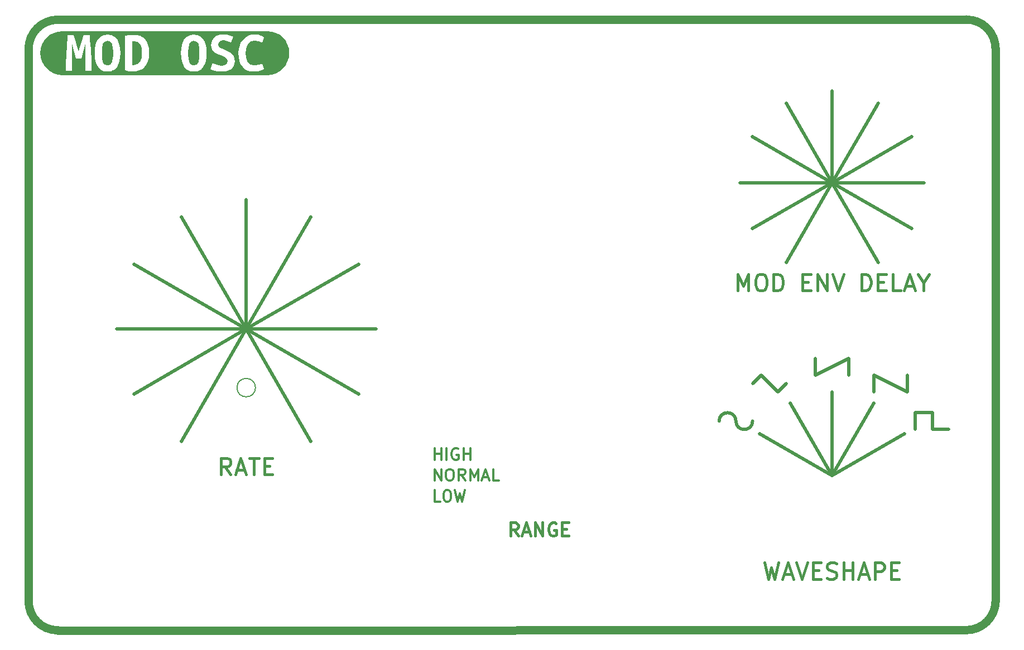
<source format=gto>
G04 #@! TF.GenerationSoftware,KiCad,Pcbnew,6.0.5+dfsg-1~bpo11+1*
G04 #@! TF.CreationDate,2022-08-10T11:57:08+00:00*
G04 #@! TF.ProjectId,mod_osc_pcb_panel,6d6f645f-6f73-4635-9f70-63625f70616e,0*
G04 #@! TF.SameCoordinates,Original*
G04 #@! TF.FileFunction,Legend,Top*
G04 #@! TF.FilePolarity,Positive*
%FSLAX46Y46*%
G04 Gerber Fmt 4.6, Leading zero omitted, Abs format (unit mm)*
G04 Created by KiCad (PCBNEW 6.0.5+dfsg-1~bpo11+1) date 2022-08-10 11:57:08*
%MOMM*%
%LPD*%
G01*
G04 APERTURE LIST*
%ADD10C,0.500000*%
%ADD11C,1.270000*%
%ADD12C,0.350000*%
%ADD13C,0.400000*%
%ADD14C,0.150000*%
%ADD15C,2.000000*%
G04 APERTURE END LIST*
D10*
X184912000Y-121666000D02*
X184912000Y-108966000D01*
X184912000Y-77216000D02*
X172813625Y-84201000D01*
X187452000Y-103886000D02*
X187452000Y-106426000D01*
X96012000Y-99441000D02*
X86169500Y-116488710D01*
X191262000Y-108966000D02*
X191262000Y-106426000D01*
D11*
X205263911Y-145161011D02*
G75*
G03*
X209708911Y-140716000I-11J4445011D01*
G01*
D10*
X184912000Y-77216000D02*
X177927000Y-89314375D01*
X174117000Y-106426000D02*
X176657000Y-108966000D01*
X196342000Y-106426000D02*
X196342000Y-108966000D01*
X96012000Y-99441000D02*
X96012000Y-79756000D01*
X182372000Y-106426000D02*
X187452000Y-103886000D01*
D11*
X67437000Y-52451000D02*
X205263911Y-52419088D01*
D10*
X184912000Y-77216000D02*
X177927000Y-65117625D01*
X96012000Y-99441000D02*
X76327000Y-99441000D01*
X170307000Y-113411000D02*
G75*
G03*
X167767000Y-113411000I-1270000J0D01*
G01*
X197485000Y-112141000D02*
X200152000Y-112141000D01*
X200152000Y-114681000D02*
X202565000Y-114681000D01*
X184912000Y-77216000D02*
X197010375Y-84201000D01*
X182372000Y-106426000D02*
X182372000Y-103886000D01*
X96012000Y-99441000D02*
X78964290Y-89598500D01*
D11*
X67437000Y-52451000D02*
G75*
G03*
X62992000Y-56896000I0J-4445000D01*
G01*
D10*
X96012000Y-99441000D02*
X113059710Y-109283500D01*
X184912000Y-77216000D02*
X172813625Y-70231000D01*
D11*
X209708910Y-56864090D02*
G75*
G03*
X205263910Y-52419090I-4445010J-10D01*
G01*
D10*
X184912000Y-77216000D02*
X198882000Y-77216000D01*
X184912000Y-77216000D02*
X197010375Y-70231000D01*
X96012000Y-99441000D02*
X105854500Y-82393290D01*
X197485000Y-114681000D02*
X197485000Y-112141000D01*
X184912000Y-121666000D02*
X191262000Y-110667478D01*
X184912000Y-121666000D02*
X173913478Y-115316000D01*
X172847000Y-107696000D02*
X174117000Y-106426000D01*
D11*
X62991989Y-140747911D02*
G75*
G03*
X67437001Y-145192911I4445011J11D01*
G01*
D10*
X96012000Y-99441000D02*
X113059710Y-89598500D01*
X184912000Y-77216000D02*
X184912000Y-63246000D01*
X184912000Y-121666000D02*
X178562000Y-110667477D01*
X96012000Y-99441000D02*
X105854500Y-116488710D01*
D11*
X209708911Y-140716000D02*
X209708910Y-56864090D01*
D10*
X170307000Y-113411000D02*
G75*
G03*
X172847000Y-113411000I1270000J0D01*
G01*
X184912000Y-121666000D02*
X195910523Y-115316000D01*
D11*
X67437001Y-145192911D02*
X205263911Y-145161000D01*
X62992000Y-56896000D02*
X62992001Y-140747911D01*
D10*
X184912000Y-77216000D02*
X191897000Y-65117625D01*
X191262000Y-106426000D02*
X196342000Y-108966000D01*
X184912000Y-77216000D02*
X191897000Y-89314375D01*
X96012000Y-99441000D02*
X86169500Y-82393290D01*
X200152000Y-112141000D02*
X200152000Y-114681000D01*
X96012000Y-99441000D02*
X115697000Y-99441000D01*
X184912000Y-77216000D02*
X170942000Y-77216000D01*
X96012000Y-99441000D02*
X78964290Y-109283500D01*
X176657000Y-108966000D02*
X177927000Y-107696000D01*
D12*
X124596166Y-119282666D02*
X124596166Y-117532666D01*
X124596166Y-118366000D02*
X125596166Y-118366000D01*
X125596166Y-119282666D02*
X125596166Y-117532666D01*
X126429500Y-119282666D02*
X126429500Y-117532666D01*
X128179500Y-117616000D02*
X128012833Y-117532666D01*
X127762833Y-117532666D01*
X127512833Y-117616000D01*
X127346166Y-117782666D01*
X127262833Y-117949333D01*
X127179500Y-118282666D01*
X127179500Y-118532666D01*
X127262833Y-118866000D01*
X127346166Y-119032666D01*
X127512833Y-119199333D01*
X127762833Y-119282666D01*
X127929500Y-119282666D01*
X128179500Y-119199333D01*
X128262833Y-119116000D01*
X128262833Y-118532666D01*
X127929500Y-118532666D01*
X129012833Y-119282666D02*
X129012833Y-117532666D01*
X129012833Y-118366000D02*
X130012833Y-118366000D01*
X130012833Y-119282666D02*
X130012833Y-117532666D01*
D13*
X93631047Y-121526952D02*
X92797714Y-120336476D01*
X92202476Y-121526952D02*
X92202476Y-119026952D01*
X93154857Y-119026952D01*
X93392952Y-119146000D01*
X93512000Y-119265047D01*
X93631047Y-119503142D01*
X93631047Y-119860285D01*
X93512000Y-120098380D01*
X93392952Y-120217428D01*
X93154857Y-120336476D01*
X92202476Y-120336476D01*
X94583428Y-120812666D02*
X95773904Y-120812666D01*
X94345333Y-121526952D02*
X95178666Y-119026952D01*
X96012000Y-121526952D01*
X96488190Y-119026952D02*
X97916761Y-119026952D01*
X97202476Y-121526952D02*
X97202476Y-119026952D01*
X98750095Y-120217428D02*
X99583428Y-120217428D01*
X99940571Y-121526952D02*
X98750095Y-121526952D01*
X98750095Y-119026952D01*
X99940571Y-119026952D01*
X174614380Y-134901952D02*
X175209619Y-137401952D01*
X175685809Y-135616238D01*
X176162000Y-137401952D01*
X176757238Y-134901952D01*
X177590571Y-136687666D02*
X178781047Y-136687666D01*
X177352476Y-137401952D02*
X178185809Y-134901952D01*
X179019142Y-137401952D01*
X179495333Y-134901952D02*
X180328666Y-137401952D01*
X181162000Y-134901952D01*
X181995333Y-136092428D02*
X182828666Y-136092428D01*
X183185809Y-137401952D02*
X181995333Y-137401952D01*
X181995333Y-134901952D01*
X183185809Y-134901952D01*
X184138190Y-137282904D02*
X184495333Y-137401952D01*
X185090571Y-137401952D01*
X185328666Y-137282904D01*
X185447714Y-137163857D01*
X185566761Y-136925761D01*
X185566761Y-136687666D01*
X185447714Y-136449571D01*
X185328666Y-136330523D01*
X185090571Y-136211476D01*
X184614380Y-136092428D01*
X184376285Y-135973380D01*
X184257238Y-135854333D01*
X184138190Y-135616238D01*
X184138190Y-135378142D01*
X184257238Y-135140047D01*
X184376285Y-135021000D01*
X184614380Y-134901952D01*
X185209619Y-134901952D01*
X185566761Y-135021000D01*
X186638190Y-137401952D02*
X186638190Y-134901952D01*
X186638190Y-136092428D02*
X188066761Y-136092428D01*
X188066761Y-137401952D02*
X188066761Y-134901952D01*
X189138190Y-136687666D02*
X190328666Y-136687666D01*
X188900095Y-137401952D02*
X189733428Y-134901952D01*
X190566761Y-137401952D01*
X191400095Y-137401952D02*
X191400095Y-134901952D01*
X192352476Y-134901952D01*
X192590571Y-135021000D01*
X192709619Y-135140047D01*
X192828666Y-135378142D01*
X192828666Y-135735285D01*
X192709619Y-135973380D01*
X192590571Y-136092428D01*
X192352476Y-136211476D01*
X191400095Y-136211476D01*
X193900095Y-136092428D02*
X194733428Y-136092428D01*
X195090571Y-137401952D02*
X193900095Y-137401952D01*
X193900095Y-134901952D01*
X195090571Y-134901952D01*
X170566761Y-93586952D02*
X170566761Y-91086952D01*
X171400095Y-92872666D01*
X172233428Y-91086952D01*
X172233428Y-93586952D01*
X173900095Y-91086952D02*
X174376285Y-91086952D01*
X174614380Y-91206000D01*
X174852476Y-91444095D01*
X174971523Y-91920285D01*
X174971523Y-92753619D01*
X174852476Y-93229809D01*
X174614380Y-93467904D01*
X174376285Y-93586952D01*
X173900095Y-93586952D01*
X173662000Y-93467904D01*
X173423904Y-93229809D01*
X173304857Y-92753619D01*
X173304857Y-91920285D01*
X173423904Y-91444095D01*
X173662000Y-91206000D01*
X173900095Y-91086952D01*
X176042952Y-93586952D02*
X176042952Y-91086952D01*
X176638190Y-91086952D01*
X176995333Y-91206000D01*
X177233428Y-91444095D01*
X177352476Y-91682190D01*
X177471523Y-92158380D01*
X177471523Y-92515523D01*
X177352476Y-92991714D01*
X177233428Y-93229809D01*
X176995333Y-93467904D01*
X176638190Y-93586952D01*
X176042952Y-93586952D01*
X180447714Y-92277428D02*
X181281047Y-92277428D01*
X181638190Y-93586952D02*
X180447714Y-93586952D01*
X180447714Y-91086952D01*
X181638190Y-91086952D01*
X182709619Y-93586952D02*
X182709619Y-91086952D01*
X184138190Y-93586952D01*
X184138190Y-91086952D01*
X184971523Y-91086952D02*
X185804857Y-93586952D01*
X186638190Y-91086952D01*
X189376285Y-93586952D02*
X189376285Y-91086952D01*
X189971523Y-91086952D01*
X190328666Y-91206000D01*
X190566761Y-91444095D01*
X190685809Y-91682190D01*
X190804857Y-92158380D01*
X190804857Y-92515523D01*
X190685809Y-92991714D01*
X190566761Y-93229809D01*
X190328666Y-93467904D01*
X189971523Y-93586952D01*
X189376285Y-93586952D01*
X191876285Y-92277428D02*
X192709619Y-92277428D01*
X193066761Y-93586952D02*
X191876285Y-93586952D01*
X191876285Y-91086952D01*
X193066761Y-91086952D01*
X195328666Y-93586952D02*
X194138190Y-93586952D01*
X194138190Y-91086952D01*
X196042952Y-92872666D02*
X197233428Y-92872666D01*
X195804857Y-93586952D02*
X196638190Y-91086952D01*
X197471523Y-93586952D01*
X198781047Y-92396476D02*
X198781047Y-93586952D01*
X197947714Y-91086952D02*
X198781047Y-92396476D01*
X199614380Y-91086952D01*
D12*
X124596166Y-122457666D02*
X124596166Y-120707666D01*
X125596166Y-122457666D01*
X125596166Y-120707666D01*
X126762833Y-120707666D02*
X127096166Y-120707666D01*
X127262833Y-120791000D01*
X127429500Y-120957666D01*
X127512833Y-121291000D01*
X127512833Y-121874333D01*
X127429500Y-122207666D01*
X127262833Y-122374333D01*
X127096166Y-122457666D01*
X126762833Y-122457666D01*
X126596166Y-122374333D01*
X126429500Y-122207666D01*
X126346166Y-121874333D01*
X126346166Y-121291000D01*
X126429500Y-120957666D01*
X126596166Y-120791000D01*
X126762833Y-120707666D01*
X129262833Y-122457666D02*
X128679500Y-121624333D01*
X128262833Y-122457666D02*
X128262833Y-120707666D01*
X128929500Y-120707666D01*
X129096166Y-120791000D01*
X129179500Y-120874333D01*
X129262833Y-121041000D01*
X129262833Y-121291000D01*
X129179500Y-121457666D01*
X129096166Y-121541000D01*
X128929500Y-121624333D01*
X128262833Y-121624333D01*
X130012833Y-122457666D02*
X130012833Y-120707666D01*
X130596166Y-121957666D01*
X131179500Y-120707666D01*
X131179500Y-122457666D01*
X131929500Y-121957666D02*
X132762833Y-121957666D01*
X131762833Y-122457666D02*
X132346166Y-120707666D01*
X132929500Y-122457666D01*
X134346166Y-122457666D02*
X133512833Y-122457666D01*
X133512833Y-120707666D01*
D13*
X137271523Y-130825761D02*
X136604857Y-129873380D01*
X136128666Y-130825761D02*
X136128666Y-128825761D01*
X136890571Y-128825761D01*
X137081047Y-128921000D01*
X137176285Y-129016238D01*
X137271523Y-129206714D01*
X137271523Y-129492428D01*
X137176285Y-129682904D01*
X137081047Y-129778142D01*
X136890571Y-129873380D01*
X136128666Y-129873380D01*
X138033428Y-130254333D02*
X138985809Y-130254333D01*
X137842952Y-130825761D02*
X138509619Y-128825761D01*
X139176285Y-130825761D01*
X139842952Y-130825761D02*
X139842952Y-128825761D01*
X140985809Y-130825761D01*
X140985809Y-128825761D01*
X142985809Y-128921000D02*
X142795333Y-128825761D01*
X142509619Y-128825761D01*
X142223904Y-128921000D01*
X142033428Y-129111476D01*
X141938190Y-129301952D01*
X141842952Y-129682904D01*
X141842952Y-129968619D01*
X141938190Y-130349571D01*
X142033428Y-130540047D01*
X142223904Y-130730523D01*
X142509619Y-130825761D01*
X142700095Y-130825761D01*
X142985809Y-130730523D01*
X143081047Y-130635285D01*
X143081047Y-129968619D01*
X142700095Y-129968619D01*
X143938190Y-129778142D02*
X144604857Y-129778142D01*
X144890571Y-130825761D02*
X143938190Y-130825761D01*
X143938190Y-128825761D01*
X144890571Y-128825761D01*
D12*
X125429500Y-125632666D02*
X124596166Y-125632666D01*
X124596166Y-123882666D01*
X126346166Y-123882666D02*
X126679500Y-123882666D01*
X126846166Y-123966000D01*
X127012833Y-124132666D01*
X127096166Y-124466000D01*
X127096166Y-125049333D01*
X127012833Y-125382666D01*
X126846166Y-125549333D01*
X126679500Y-125632666D01*
X126346166Y-125632666D01*
X126179500Y-125549333D01*
X126012833Y-125382666D01*
X125929500Y-125049333D01*
X125929500Y-124466000D01*
X126012833Y-124132666D01*
X126179500Y-123966000D01*
X126346166Y-123882666D01*
X127679500Y-123882666D02*
X128096166Y-125632666D01*
X128429500Y-124382666D01*
X128762833Y-125632666D01*
X129179500Y-123882666D01*
D14*
X97412000Y-108331000D02*
G75*
G03*
X97412000Y-108331000I-1400000J0D01*
G01*
G36*
X88507844Y-55778481D02*
G01*
X88765416Y-56180119D01*
X88887654Y-56778209D01*
X88910573Y-57135099D01*
X88918213Y-57516000D01*
X88910573Y-57895809D01*
X88887654Y-58249425D01*
X88765416Y-58847516D01*
X88503479Y-59253519D01*
X88062551Y-59401950D01*
X87617257Y-59253519D01*
X87359685Y-58851881D01*
X87237447Y-58253791D01*
X87214528Y-57896901D01*
X87206888Y-57516000D01*
X87214528Y-57136191D01*
X87237447Y-56782575D01*
X87359685Y-56184484D01*
X87617257Y-55778481D01*
X88062551Y-55630050D01*
X88507844Y-55778481D01*
G37*
G36*
X75410969Y-55778481D02*
G01*
X75668541Y-56180119D01*
X75790779Y-56778209D01*
X75813698Y-57135099D01*
X75821338Y-57516000D01*
X75813698Y-57895809D01*
X75790779Y-58249425D01*
X75668541Y-58847516D01*
X75406604Y-59253519D01*
X74965676Y-59401950D01*
X74520382Y-59253519D01*
X74262810Y-58851881D01*
X74140572Y-58253791D01*
X74117653Y-57896901D01*
X74110013Y-57516000D01*
X74117653Y-57136191D01*
X74140572Y-56782575D01*
X74262810Y-56184484D01*
X74520382Y-55778481D01*
X74965676Y-55630050D01*
X75410969Y-55778481D01*
G37*
G36*
X99868776Y-54247216D02*
G01*
X100493991Y-54436872D01*
X101070192Y-54744859D01*
X101575236Y-55159338D01*
X101989715Y-55664383D01*
X102297701Y-56240584D01*
X102487358Y-56865798D01*
X102551397Y-57516000D01*
X102487358Y-58166202D01*
X102297701Y-58791416D01*
X101989715Y-59367617D01*
X101575236Y-59872662D01*
X101070192Y-60287141D01*
X100493991Y-60595128D01*
X99868776Y-60784784D01*
X99218575Y-60848824D01*
X68105427Y-60848824D01*
X67455225Y-60784785D01*
X66830010Y-60595128D01*
X66253809Y-60287142D01*
X66175272Y-60222688D01*
X68618057Y-60222688D01*
X69604688Y-60222688D01*
X69561032Y-56022956D01*
X70198413Y-58310544D01*
X70984226Y-58310544D01*
X71647801Y-56022956D01*
X71595413Y-60222688D01*
X72582044Y-60222688D01*
X72562399Y-59531827D01*
X72538388Y-58856247D01*
X72508920Y-58190489D01*
X72472904Y-57529097D01*
X72472041Y-57516000D01*
X73018607Y-57516000D01*
X73049985Y-58171662D01*
X73144119Y-58741649D01*
X73301008Y-59225961D01*
X73520654Y-59624597D01*
X73905314Y-60019928D01*
X74389898Y-60257127D01*
X74974407Y-60336194D01*
X75544848Y-60257127D01*
X75737137Y-60161569D01*
X77619976Y-60161569D01*
X78209335Y-60261978D01*
X78772501Y-60292538D01*
X79299650Y-60254338D01*
X79780960Y-60139741D01*
X80207700Y-59942196D01*
X80571138Y-59655156D01*
X80866909Y-59274255D01*
X81090647Y-58795128D01*
X81231439Y-58211226D01*
X81278369Y-57516000D01*
X86115482Y-57516000D01*
X86146860Y-58171662D01*
X86240994Y-58741649D01*
X86397883Y-59225961D01*
X86617529Y-59624597D01*
X87002189Y-60019928D01*
X87486773Y-60257127D01*
X88071282Y-60336194D01*
X88641723Y-60257127D01*
X89119032Y-60019928D01*
X89210479Y-59925825D01*
X90594613Y-59925825D01*
X91197069Y-60192128D01*
X91666374Y-60300177D01*
X92271013Y-60336194D01*
X92883656Y-60290112D01*
X93382792Y-60151867D01*
X93768422Y-59921459D01*
X94138409Y-59420504D01*
X94261738Y-58747106D01*
X94224630Y-58340012D01*
X94113307Y-58009316D01*
X93733497Y-57520366D01*
X93726463Y-57516000D01*
X94846732Y-57516000D01*
X94884385Y-58153927D01*
X94997346Y-58714364D01*
X95185613Y-59197311D01*
X95449188Y-59602769D01*
X95910974Y-60010227D01*
X96493058Y-60254702D01*
X97195438Y-60336194D01*
X97672383Y-60306726D01*
X98090391Y-60218322D01*
X98705944Y-59960750D01*
X98435276Y-59113819D01*
X97994347Y-59305906D01*
X97300213Y-59401950D01*
X96677020Y-59278621D01*
X96256829Y-58908634D01*
X96079778Y-58531735D01*
X95973548Y-58058793D01*
X95938138Y-57489806D01*
X95967606Y-57000856D01*
X96056010Y-56599219D01*
X96361604Y-56027322D01*
X96789435Y-55721728D01*
X97282751Y-55630050D01*
X97933229Y-55721728D01*
X98417813Y-55944375D01*
X98697213Y-55088712D01*
X98518222Y-54983937D01*
X98225726Y-54852969D01*
X97819722Y-54743828D01*
X97300213Y-54695806D01*
X96788344Y-54742737D01*
X96317947Y-54883528D01*
X95898847Y-55114906D01*
X95540866Y-55433597D01*
X95249461Y-55836326D01*
X95030088Y-56319819D01*
X94892571Y-56880802D01*
X94846732Y-57516000D01*
X93726463Y-57516000D01*
X93227085Y-57206041D01*
X92698844Y-56992125D01*
X92362691Y-56861156D01*
X92057097Y-56699628D01*
X91834451Y-56490078D01*
X91747138Y-56215044D01*
X91842212Y-55870644D01*
X92127433Y-55664005D01*
X92602801Y-55595125D01*
X93218354Y-55682437D01*
X93702938Y-55891987D01*
X94017263Y-55062519D01*
X93392979Y-54809312D01*
X92990250Y-54724183D01*
X92524219Y-54695806D01*
X91989188Y-54743343D01*
X91536618Y-54885953D01*
X91166510Y-55123637D01*
X90796523Y-55634416D01*
X90673194Y-56311087D01*
X90812894Y-56952834D01*
X91166510Y-57385031D01*
X91642363Y-57673163D01*
X92148776Y-57873981D01*
X92515488Y-58026778D01*
X92847276Y-58210134D01*
X93091751Y-58441513D01*
X93187794Y-58738375D01*
X93148504Y-58995947D01*
X93004438Y-59222959D01*
X92720672Y-59380122D01*
X92271013Y-59436875D01*
X91835542Y-59406316D01*
X91472104Y-59314638D01*
X90908938Y-59052700D01*
X90594613Y-59925825D01*
X89210479Y-59925825D01*
X89503207Y-59624597D01*
X89724762Y-59225961D01*
X89883016Y-58741649D01*
X89977969Y-58171662D01*
X90009619Y-57516000D01*
X89978514Y-56860338D01*
X89885199Y-56290351D01*
X89729674Y-55806039D01*
X89511938Y-55407403D01*
X89129703Y-55012072D01*
X88646574Y-54774873D01*
X88062551Y-54695806D01*
X87495989Y-54774873D01*
X87018681Y-55012072D01*
X86630626Y-55407403D01*
X86405250Y-55806039D01*
X86244268Y-56290351D01*
X86147678Y-56860338D01*
X86115482Y-57516000D01*
X81278369Y-57516000D01*
X81235804Y-56836054D01*
X81108110Y-56263066D01*
X80904017Y-55789395D01*
X80632257Y-55407403D01*
X80292829Y-55115998D01*
X79885735Y-54914087D01*
X79421887Y-54796216D01*
X78912201Y-54756925D01*
X78309744Y-54783119D01*
X77619976Y-54887894D01*
X77619976Y-60161569D01*
X75737137Y-60161569D01*
X76022157Y-60019928D01*
X76406332Y-59624597D01*
X76627887Y-59225961D01*
X76786141Y-58741649D01*
X76881094Y-58171662D01*
X76912744Y-57516000D01*
X76881639Y-56860338D01*
X76788324Y-56290351D01*
X76632799Y-55806039D01*
X76415063Y-55407403D01*
X76032828Y-55012072D01*
X75549699Y-54774873D01*
X74965676Y-54695806D01*
X74399114Y-54774873D01*
X73921806Y-55012072D01*
X73533751Y-55407403D01*
X73308375Y-55806039D01*
X73147393Y-56290351D01*
X73050803Y-56860338D01*
X73018607Y-57516000D01*
X72472041Y-57516000D01*
X72429247Y-56866613D01*
X72376860Y-56197581D01*
X72319015Y-55516544D01*
X72258988Y-54818044D01*
X71368401Y-54818044D01*
X71211238Y-55280800D01*
X71019151Y-55878891D01*
X70800869Y-56542466D01*
X70582588Y-57210406D01*
X70381769Y-56581756D01*
X70172219Y-55909450D01*
X69975766Y-55289531D01*
X69822969Y-54818044D01*
X68932382Y-54818044D01*
X68874537Y-55409586D01*
X68823241Y-56049150D01*
X68778494Y-56723639D01*
X68740294Y-57419956D01*
X68706461Y-58129370D01*
X68674810Y-58843150D01*
X68645342Y-59546016D01*
X68618057Y-60222688D01*
X66175272Y-60222688D01*
X65748764Y-59872662D01*
X65334285Y-59367618D01*
X65026299Y-58791417D01*
X64836642Y-58166202D01*
X64772603Y-57516000D01*
X64836642Y-56865798D01*
X65026299Y-56240583D01*
X65334285Y-55664382D01*
X65748764Y-55159338D01*
X66253809Y-54744858D01*
X66830010Y-54436872D01*
X67455225Y-54247215D01*
X68105427Y-54183176D01*
X99218575Y-54183176D01*
X99868776Y-54247216D01*
G37*
G36*
X79593238Y-55843966D02*
G01*
X79951219Y-56249969D01*
X80134576Y-56834962D01*
X80186963Y-57516000D01*
X80170592Y-57901266D01*
X80121479Y-58253791D01*
X79903197Y-58834419D01*
X79501560Y-59218594D01*
X78886007Y-59358294D01*
X78789963Y-59358294D01*
X78693919Y-59349563D01*
X78693919Y-55717362D01*
X78851082Y-55695534D01*
X79008244Y-55691169D01*
X79593238Y-55843966D01*
G37*
%LPC*%
D15*
X96012000Y-108331000D03*
M02*

</source>
